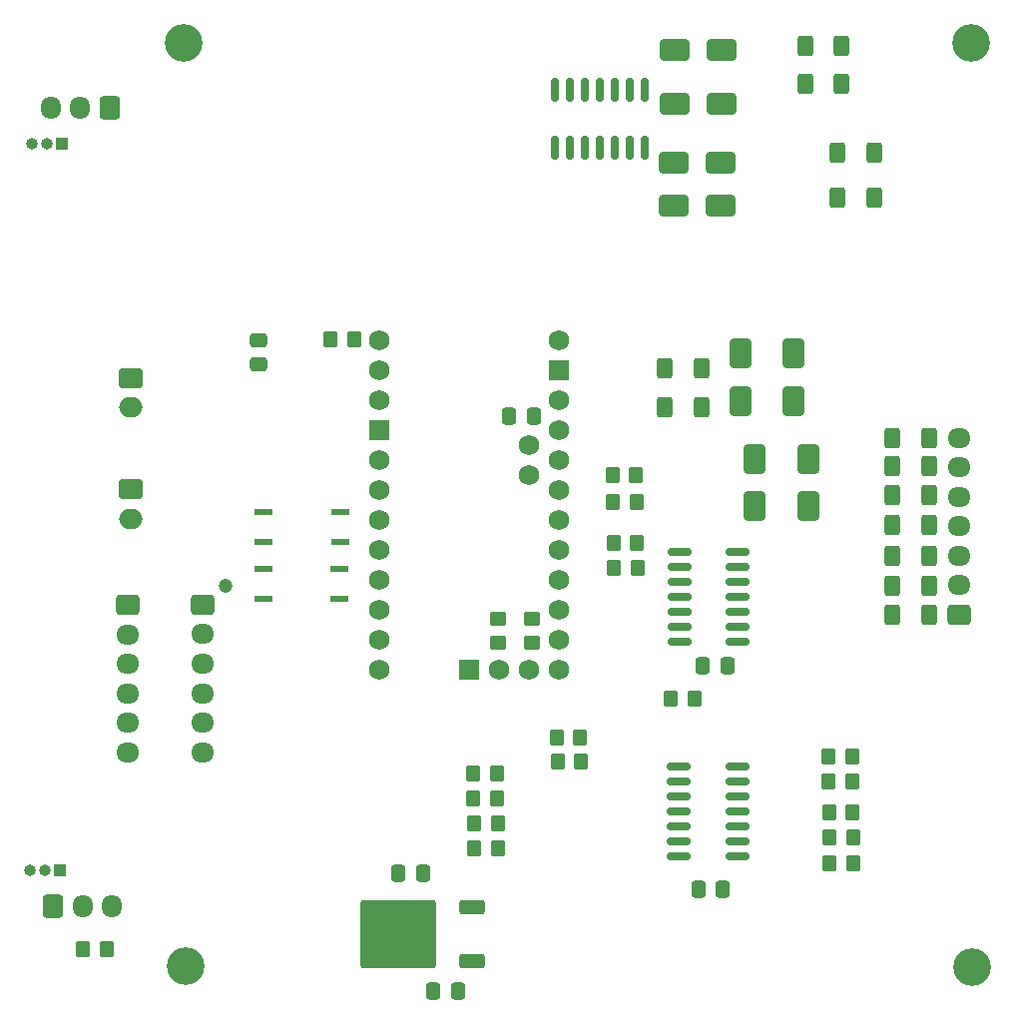
<source format=gbr>
%TF.GenerationSoftware,KiCad,Pcbnew,7.0.9*%
%TF.CreationDate,2024-01-08T18:19:43+05:30*%
%TF.ProjectId,BMS OPAMP,424d5320-4f50-4414-9d50-2e6b69636164,rev?*%
%TF.SameCoordinates,Original*%
%TF.FileFunction,Soldermask,Bot*%
%TF.FilePolarity,Negative*%
%FSLAX46Y46*%
G04 Gerber Fmt 4.6, Leading zero omitted, Abs format (unit mm)*
G04 Created by KiCad (PCBNEW 7.0.9) date 2024-01-08 18:19:43*
%MOMM*%
%LPD*%
G01*
G04 APERTURE LIST*
G04 Aperture macros list*
%AMRoundRect*
0 Rectangle with rounded corners*
0 $1 Rounding radius*
0 $2 $3 $4 $5 $6 $7 $8 $9 X,Y pos of 4 corners*
0 Add a 4 corners polygon primitive as box body*
4,1,4,$2,$3,$4,$5,$6,$7,$8,$9,$2,$3,0*
0 Add four circle primitives for the rounded corners*
1,1,$1+$1,$2,$3*
1,1,$1+$1,$4,$5*
1,1,$1+$1,$6,$7*
1,1,$1+$1,$8,$9*
0 Add four rect primitives between the rounded corners*
20,1,$1+$1,$2,$3,$4,$5,0*
20,1,$1+$1,$4,$5,$6,$7,0*
20,1,$1+$1,$6,$7,$8,$9,0*
20,1,$1+$1,$8,$9,$2,$3,0*%
G04 Aperture macros list end*
%ADD10C,3.200000*%
%ADD11C,1.727200*%
%ADD12R,1.727200X1.727200*%
%ADD13RoundRect,0.250000X-0.725000X0.600000X-0.725000X-0.600000X0.725000X-0.600000X0.725000X0.600000X0*%
%ADD14O,1.950000X1.700000*%
%ADD15RoundRect,0.250000X0.600000X0.725000X-0.600000X0.725000X-0.600000X-0.725000X0.600000X-0.725000X0*%
%ADD16O,1.700000X1.950000*%
%ADD17RoundRect,0.250000X-0.750000X0.600000X-0.750000X-0.600000X0.750000X-0.600000X0.750000X0.600000X0*%
%ADD18O,2.000000X1.700000*%
%ADD19RoundRect,0.250000X0.725000X-0.600000X0.725000X0.600000X-0.725000X0.600000X-0.725000X-0.600000X0*%
%ADD20RoundRect,0.250000X-0.600000X-0.725000X0.600000X-0.725000X0.600000X0.725000X-0.600000X0.725000X0*%
%ADD21RoundRect,0.250000X0.400000X0.625000X-0.400000X0.625000X-0.400000X-0.625000X0.400000X-0.625000X0*%
%ADD22RoundRect,0.137500X0.662500X0.137500X-0.662500X0.137500X-0.662500X-0.137500X0.662500X-0.137500X0*%
%ADD23RoundRect,0.250000X-0.350000X-0.450000X0.350000X-0.450000X0.350000X0.450000X-0.350000X0.450000X0*%
%ADD24RoundRect,0.150000X0.150000X-0.825000X0.150000X0.825000X-0.150000X0.825000X-0.150000X-0.825000X0*%
%ADD25R,1.000000X1.000000*%
%ADD26O,1.000000X1.000000*%
%ADD27RoundRect,0.250000X-0.650000X1.000000X-0.650000X-1.000000X0.650000X-1.000000X0.650000X1.000000X0*%
%ADD28RoundRect,0.150000X-0.825000X-0.150000X0.825000X-0.150000X0.825000X0.150000X-0.825000X0.150000X0*%
%ADD29RoundRect,0.250000X0.350000X0.450000X-0.350000X0.450000X-0.350000X-0.450000X0.350000X-0.450000X0*%
%ADD30RoundRect,0.250000X-0.400000X-0.625000X0.400000X-0.625000X0.400000X0.625000X-0.400000X0.625000X0*%
%ADD31RoundRect,0.250000X1.000000X0.650000X-1.000000X0.650000X-1.000000X-0.650000X1.000000X-0.650000X0*%
%ADD32RoundRect,0.250000X0.475000X-0.337500X0.475000X0.337500X-0.475000X0.337500X-0.475000X-0.337500X0*%
%ADD33RoundRect,0.250000X-0.450000X0.350000X-0.450000X-0.350000X0.450000X-0.350000X0.450000X0.350000X0*%
%ADD34RoundRect,0.250000X0.337500X0.475000X-0.337500X0.475000X-0.337500X-0.475000X0.337500X-0.475000X0*%
%ADD35C,1.200000*%
%ADD36RoundRect,0.250000X0.850000X0.350000X-0.850000X0.350000X-0.850000X-0.350000X0.850000X-0.350000X0*%
%ADD37RoundRect,0.249997X2.950003X2.650003X-2.950003X2.650003X-2.950003X-2.650003X2.950003X-2.650003X0*%
%ADD38RoundRect,0.250000X-0.337500X-0.475000X0.337500X-0.475000X0.337500X0.475000X-0.337500X0.475000X0*%
G04 APERTURE END LIST*
D10*
%TO.C,H1*%
X104216200Y-19100800D03*
%TD*%
D11*
%TO.C,A1*%
X69215000Y-62103000D03*
X69215000Y-59563000D03*
X69215000Y-57023000D03*
X69215000Y-54483000D03*
X66675000Y-55753000D03*
X66675000Y-53213000D03*
X64135000Y-72263000D03*
X66675000Y-72263000D03*
X53975000Y-46863000D03*
X53975000Y-44323000D03*
X53975000Y-54483000D03*
X53975000Y-57023000D03*
X53975000Y-59563000D03*
X53975000Y-62103000D03*
X53975000Y-64643000D03*
X53975000Y-67183000D03*
X53975000Y-69723000D03*
X53975000Y-72263000D03*
X69215000Y-72263000D03*
X69215000Y-69723000D03*
X69215000Y-67183000D03*
X69215000Y-64643000D03*
D12*
X53975000Y-51943000D03*
X69215000Y-46863000D03*
X61595000Y-72263000D03*
D11*
X69215000Y-44323000D03*
X53975000Y-49403000D03*
X69215000Y-49403000D03*
X69215000Y-51943000D03*
%TD*%
D13*
%TO.C,J1*%
X32639000Y-66802000D03*
D14*
X32639000Y-69302000D03*
X32639000Y-71802000D03*
X32639000Y-74302000D03*
X32639000Y-76802000D03*
X32639000Y-79302000D03*
%TD*%
D15*
%TO.C,J4*%
X31115000Y-24638000D03*
D16*
X28615000Y-24638000D03*
X26115000Y-24638000D03*
%TD*%
D17*
%TO.C,J7*%
X32914000Y-47518000D03*
D18*
X32914000Y-50018000D03*
%TD*%
D17*
%TO.C,J8*%
X32914000Y-56968000D03*
D18*
X32914000Y-59468000D03*
%TD*%
D10*
%TO.C,H2*%
X104241600Y-97485200D03*
%TD*%
D19*
%TO.C,J9*%
X103148800Y-67603400D03*
D14*
X103148800Y-65103400D03*
X103148800Y-62603400D03*
X103148800Y-60103400D03*
X103148800Y-57603400D03*
X103148800Y-55103400D03*
X103148800Y-52603400D03*
%TD*%
D20*
%TO.C,J3*%
X26329000Y-92384000D03*
D16*
X28829000Y-92384000D03*
X31329000Y-92384000D03*
%TD*%
D21*
%TO.C,R63*%
X93218000Y-22619400D03*
X90118000Y-22619400D03*
%TD*%
D22*
%TO.C,U3*%
X50671800Y-58877200D03*
X50671800Y-61417200D03*
X44171800Y-61417200D03*
X44171800Y-58877200D03*
%TD*%
D21*
%TO.C,R57*%
X95986600Y-32220600D03*
X92886600Y-32220600D03*
%TD*%
D23*
%TO.C,R37*%
X73853800Y-61508000D03*
X75853800Y-61508000D03*
%TD*%
D24*
%TO.C,U11*%
X76555000Y-28027400D03*
X75285000Y-28027400D03*
X74015000Y-28027400D03*
X72745000Y-28027400D03*
X71475000Y-28027400D03*
X70205000Y-28027400D03*
X68935000Y-28027400D03*
X68935000Y-23077400D03*
X70205000Y-23077400D03*
X71475000Y-23077400D03*
X72745000Y-23077400D03*
X74015000Y-23077400D03*
X75285000Y-23077400D03*
X76555000Y-23077400D03*
%TD*%
D25*
%TO.C,J6*%
X26908000Y-89281000D03*
D26*
X25638000Y-89281000D03*
X24368000Y-89281000D03*
%TD*%
D27*
%TO.C,D7*%
X85823200Y-54394600D03*
X85823200Y-58394600D03*
%TD*%
%TO.C,D10*%
X89157400Y-45472600D03*
X89157400Y-49472600D03*
%TD*%
D28*
%TO.C,U10*%
X79476600Y-69875400D03*
X79476600Y-68605400D03*
X79476600Y-67335400D03*
X79476600Y-66065400D03*
X79476600Y-64795400D03*
X79476600Y-63525400D03*
X79476600Y-62255400D03*
X84426600Y-62255400D03*
X84426600Y-63525400D03*
X84426600Y-64795400D03*
X84426600Y-66065400D03*
X84426600Y-67335400D03*
X84426600Y-68605400D03*
X84426600Y-69875400D03*
%TD*%
D29*
%TO.C,R15*%
X94116400Y-81737200D03*
X92116400Y-81737200D03*
%TD*%
D23*
%TO.C,R12*%
X69120000Y-80111600D03*
X71120000Y-80111600D03*
%TD*%
D29*
%TO.C,R42*%
X75803000Y-58089800D03*
X73803000Y-58089800D03*
%TD*%
D23*
%TO.C,R19*%
X69043800Y-78054200D03*
X71043800Y-78054200D03*
%TD*%
D30*
%TO.C,F2*%
X97534800Y-55016400D03*
X100634800Y-55016400D03*
%TD*%
D31*
%TO.C,D16*%
X83050800Y-24285800D03*
X79050800Y-24285800D03*
%TD*%
D23*
%TO.C,R9*%
X49850800Y-44272200D03*
X51850800Y-44272200D03*
%TD*%
D32*
%TO.C,C7*%
X43764200Y-46401900D03*
X43764200Y-44326900D03*
%TD*%
D33*
%TO.C,R33*%
X66979800Y-67986400D03*
X66979800Y-69986400D03*
%TD*%
D31*
%TO.C,D11*%
X82974600Y-29311600D03*
X78974600Y-29311600D03*
%TD*%
D21*
%TO.C,R62*%
X93218000Y-19329400D03*
X90118000Y-19329400D03*
%TD*%
D34*
%TO.C,C9*%
X60676700Y-99542600D03*
X58601700Y-99542600D03*
%TD*%
D29*
%TO.C,R29*%
X64042800Y-87452200D03*
X62042800Y-87452200D03*
%TD*%
D30*
%TO.C,F4*%
X97534800Y-59969400D03*
X100634800Y-59969400D03*
%TD*%
D29*
%TO.C,R31*%
X63966600Y-81076800D03*
X61966600Y-81076800D03*
%TD*%
D21*
%TO.C,R48*%
X81331400Y-46685200D03*
X78231400Y-46685200D03*
%TD*%
%TO.C,R49*%
X81331400Y-49975200D03*
X78231400Y-49975200D03*
%TD*%
D29*
%TO.C,R2*%
X30845000Y-96012000D03*
X28845000Y-96012000D03*
%TD*%
%TO.C,R16*%
X94192600Y-88696800D03*
X92192600Y-88696800D03*
%TD*%
D34*
%TO.C,C8*%
X57704900Y-89560400D03*
X55629900Y-89560400D03*
%TD*%
D29*
%TO.C,R35*%
X80740000Y-74752200D03*
X78740000Y-74752200D03*
%TD*%
D31*
%TO.C,D12*%
X82949200Y-32918400D03*
X78949200Y-32918400D03*
%TD*%
D30*
%TO.C,F1*%
X97534800Y-52603400D03*
X100634800Y-52603400D03*
%TD*%
D28*
%TO.C,U9*%
X79414600Y-88087200D03*
X79414600Y-86817200D03*
X79414600Y-85547200D03*
X79414600Y-84277200D03*
X79414600Y-83007200D03*
X79414600Y-81737200D03*
X79414600Y-80467200D03*
X84364600Y-80467200D03*
X84364600Y-81737200D03*
X84364600Y-83007200D03*
X84364600Y-84277200D03*
X84364600Y-85547200D03*
X84364600Y-86817200D03*
X84364600Y-88087200D03*
%TD*%
D35*
%TO.C,J2*%
X40972000Y-65175000D03*
D13*
X38972000Y-66775000D03*
D14*
X38972000Y-69275000D03*
X38972000Y-71775000D03*
X38972000Y-74275000D03*
X38972000Y-76775000D03*
X38972000Y-79275000D03*
%TD*%
D21*
%TO.C,R56*%
X95986600Y-28397200D03*
X92886600Y-28397200D03*
%TD*%
D36*
%TO.C,U8*%
X61875200Y-92462000D03*
D37*
X55575200Y-94742000D03*
D36*
X61875200Y-97022000D03*
%TD*%
D10*
%TO.C,H4*%
X37566600Y-97459800D03*
%TD*%
D29*
%TO.C,R28*%
X63992000Y-83210400D03*
X61992000Y-83210400D03*
%TD*%
%TO.C,R18*%
X94091000Y-79679800D03*
X92091000Y-79679800D03*
%TD*%
D25*
%TO.C,J5*%
X27051000Y-27686000D03*
D26*
X25781000Y-27686000D03*
X24511000Y-27686000D03*
%TD*%
D27*
%TO.C,D9*%
X84607400Y-45472600D03*
X84607400Y-49472600D03*
%TD*%
D22*
%TO.C,U5*%
X50646400Y-63754000D03*
X50646400Y-66294000D03*
X44146400Y-66294000D03*
X44146400Y-63754000D03*
%TD*%
D29*
%TO.C,R30*%
X64068200Y-85293200D03*
X62068200Y-85293200D03*
%TD*%
D30*
%TO.C,F7*%
X97508800Y-67589400D03*
X100608800Y-67589400D03*
%TD*%
D27*
%TO.C,D8*%
X90373200Y-54394600D03*
X90373200Y-58394600D03*
%TD*%
D29*
%TO.C,R17*%
X94167200Y-86512400D03*
X92167200Y-86512400D03*
%TD*%
D30*
%TO.C,F3*%
X97534800Y-57429400D03*
X100634800Y-57429400D03*
%TD*%
%TO.C,F5*%
X97534800Y-62636400D03*
X100634800Y-62636400D03*
%TD*%
D23*
%TO.C,R34*%
X73930000Y-63652400D03*
X75930000Y-63652400D03*
%TD*%
D34*
%TO.C,C13*%
X83155700Y-90881200D03*
X81080700Y-90881200D03*
%TD*%
D29*
%TO.C,R43*%
X75777600Y-55753000D03*
X73777600Y-55753000D03*
%TD*%
D30*
%TO.C,F6*%
X97534800Y-65176400D03*
X100634800Y-65176400D03*
%TD*%
D38*
%TO.C,C11*%
X81461700Y-71958200D03*
X83536700Y-71958200D03*
%TD*%
D33*
%TO.C,R32*%
X64029800Y-67986400D03*
X64029800Y-69986400D03*
%TD*%
D34*
%TO.C,C12*%
X67077500Y-50749200D03*
X65002500Y-50749200D03*
%TD*%
D31*
%TO.C,D15*%
X83050800Y-19735800D03*
X79050800Y-19735800D03*
%TD*%
D10*
%TO.C,H3*%
X37363400Y-19100800D03*
%TD*%
D29*
%TO.C,R14*%
X94141800Y-84378800D03*
X92141800Y-84378800D03*
%TD*%
M02*

</source>
